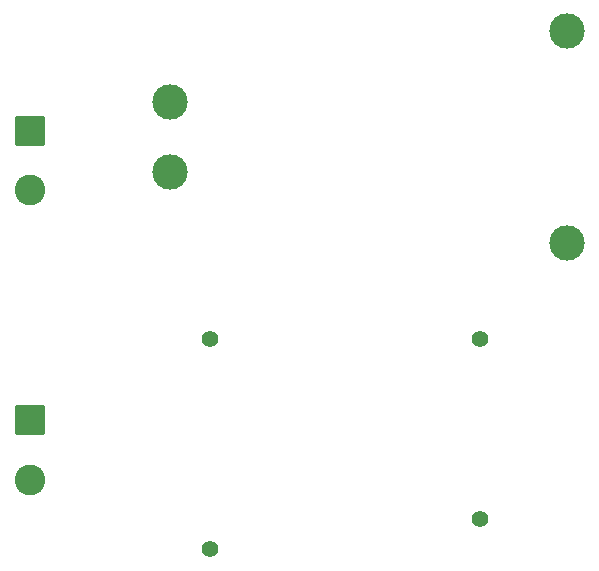
<source format=gbr>
%TF.GenerationSoftware,KiCad,Pcbnew,9.0.0*%
%TF.CreationDate,2025-03-24T13:57:02-05:00*%
%TF.ProjectId,DIIN-proyecto,4449494e-2d70-4726-9f79-6563746f2e6b,rev?*%
%TF.SameCoordinates,Original*%
%TF.FileFunction,Soldermask,Bot*%
%TF.FilePolarity,Negative*%
%FSLAX46Y46*%
G04 Gerber Fmt 4.6, Leading zero omitted, Abs format (unit mm)*
G04 Created by KiCad (PCBNEW 9.0.0) date 2025-03-24 13:57:02*
%MOMM*%
%LPD*%
G01*
G04 APERTURE LIST*
G04 Aperture macros list*
%AMRoundRect*
0 Rectangle with rounded corners*
0 $1 Rounding radius*
0 $2 $3 $4 $5 $6 $7 $8 $9 X,Y pos of 4 corners*
0 Add a 4 corners polygon primitive as box body*
4,1,4,$2,$3,$4,$5,$6,$7,$8,$9,$2,$3,0*
0 Add four circle primitives for the rounded corners*
1,1,$1+$1,$2,$3*
1,1,$1+$1,$4,$5*
1,1,$1+$1,$6,$7*
1,1,$1+$1,$8,$9*
0 Add four rect primitives between the rounded corners*
20,1,$1+$1,$2,$3,$4,$5,0*
20,1,$1+$1,$4,$5,$6,$7,0*
20,1,$1+$1,$6,$7,$8,$9,0*
20,1,$1+$1,$8,$9,$2,$3,0*%
G04 Aperture macros list end*
%ADD10C,3.000000*%
%ADD11C,1.400000*%
%ADD12RoundRect,0.250000X-1.050000X1.050000X-1.050000X-1.050000X1.050000X-1.050000X1.050000X1.050000X0*%
%ADD13C,2.600000*%
G04 APERTURE END LIST*
D10*
%TO.C,U2*%
X117220000Y-59000000D03*
X117220000Y-65000000D03*
X150820000Y-53000000D03*
X150820000Y-71000000D03*
%TD*%
D11*
%TO.C,PS1*%
X120590000Y-96890000D03*
X143450000Y-94350000D03*
X143450000Y-79110000D03*
X120590000Y-79110000D03*
%TD*%
D12*
%TO.C,J4*%
X105327500Y-61500000D03*
D13*
X105327500Y-66500000D03*
%TD*%
D12*
%TO.C,J2*%
X105327500Y-86000000D03*
D13*
X105327500Y-91000000D03*
%TD*%
M02*

</source>
